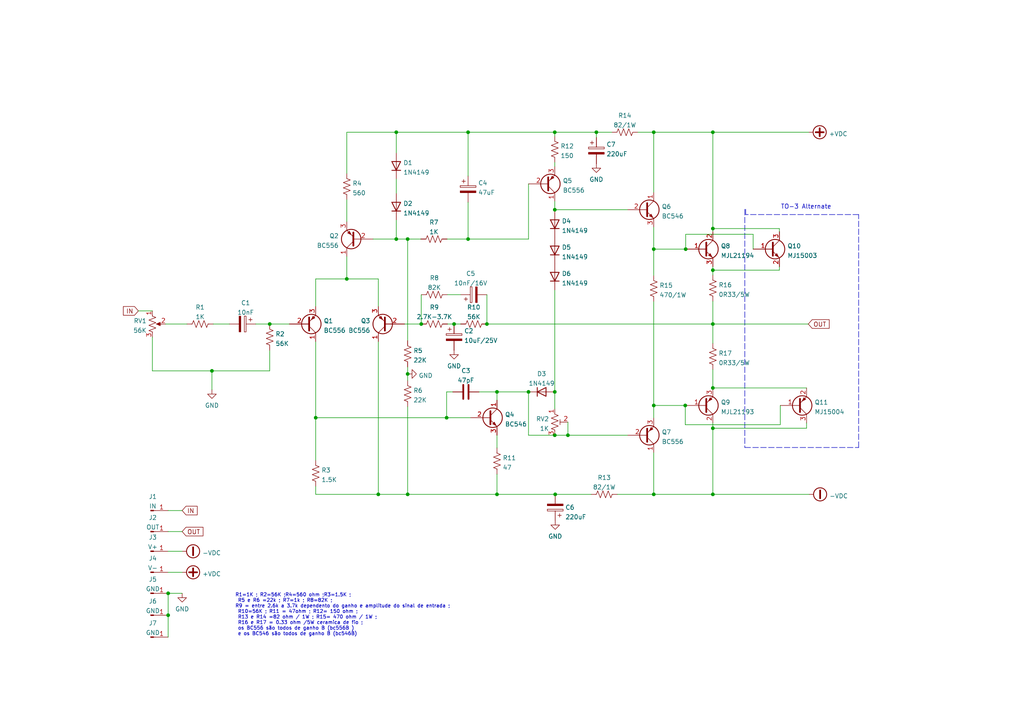
<source format=kicad_sch>
(kicad_sch (version 20211123) (generator eeschema)
  (paper "A4")
  (lib_symbols
    (symbol "Connector:Conn_01x01_Male" (pin_names (offset 1.016) hide)
      (property "Reference" "J" (at 0 2.54 0))
      (property "Value" "Conn_01x01_Male" (at 0 -2.54 0))
      (symbol "Conn_01x01_Male_1_1"
        (polyline (pts (xy 1.27 0) (xy 0.8636 0)) (stroke (width 0.1524)))
        (rectangle (start 0.8636 0.127) (end 0 -0.127) (stroke (width 0.1524)) (fill (type outline)))
        (pin passive line (at 5.08 0 180) (length 3.81) (name "Pin_1") (number "1"))
      )
    )
    (symbol "Device:C" (pin_numbers hide) (pin_names (offset 0.254))
      (property "Reference" "C" (at 0.635 2.54 0))
      (property "Value" "C" (at 0.635 -2.54 0))
      (symbol "C_0_1"
        (polyline (pts (xy -2.032 -0.762) (xy 2.032 -0.762)) (stroke (width 0.508)))
        (polyline (pts (xy -2.032 0.762) (xy 2.032 0.762)) (stroke (width 0.508)))
      )
      (symbol "C_1_1"
        (pin passive line (at 0 3.81 270) (length 2.794) (name "~") (number "1"))
        (pin passive line (at 0 -3.81 90) (length 2.794) (name "~") (number "2"))
      )
    )
    (symbol "Device:C_Polarized" (pin_numbers hide) (pin_names (offset 0.254))
      (property "Reference" "C" (at 0.635 2.54 0))
      (property "Value" "C_Polarized" (at 0.635 -2.54 0))
      (symbol "C_Polarized_0_1"
        (rectangle (start -2.286 0.508) (end 2.286 1.016))
        (polyline (pts (xy -1.778 2.286) (xy -0.762 2.286)))
        (polyline (pts (xy -1.27 2.794) (xy -1.27 1.778)))
        (rectangle (start 2.286 -0.508) (end -2.286 -1.016) (fill (type outline)))
      )
      (symbol "C_Polarized_1_1"
        (pin passive line (at 0 3.81 270) (length 2.794) (name "~") (number "1"))
        (pin passive line (at 0 -3.81 90) (length 2.794) (name "~") (number "2"))
      )
    )
    (symbol "Device:Q_NPN_BCE" (pin_names (offset 0) hide)
      (property "Reference" "Q" (at 5.08 1.27 0))
      (property "Value" "Q_NPN_BCE" (at 5.08 -1.27 0))
      (symbol "Q_NPN_BCE_0_1"
        (polyline (pts (xy 0.635 0.635) (xy 2.54 2.54)))
        (polyline (pts (xy 0.635 -0.635) (xy 2.54 -2.54) (xy 2.54 -2.54)))
        (polyline (pts (xy 0.635 1.905) (xy 0.635 -1.905) (xy 0.635 -1.905)) (stroke (width 0.508)))
        (polyline (pts (xy 1.27 -1.778) (xy 1.778 -1.27) (xy 2.286 -2.286) (xy 1.27 -1.778) (xy 1.27 -1.778)) (fill (type outline)))
        (circle (center 1.27 0) (radius 2.8194) (stroke (width 0.254)))
      )
      (symbol "Q_NPN_BCE_1_1"
        (pin input line (at -5.08 0 0) (length 5.715) (name "B") (number "1"))
        (pin passive line (at 2.54 5.08 270) (length 2.54) (name "C") (number "2"))
        (pin passive line (at 2.54 -5.08 90) (length 2.54) (name "E") (number "3"))
      )
    )
    (symbol "Device:Q_PNP_BCE" (pin_names (offset 0) hide)
      (property "Reference" "Q" (at 5.08 1.27 0))
      (property "Value" "Q_PNP_BCE" (at 5.08 -1.27 0))
      (symbol "Q_PNP_BCE_0_1"
        (polyline (pts (xy 0.635 0.635) (xy 2.54 2.54)))
        (polyline (pts (xy 0.635 -0.635) (xy 2.54 -2.54) (xy 2.54 -2.54)))
        (polyline (pts (xy 0.635 1.905) (xy 0.635 -1.905) (xy 0.635 -1.905)) (stroke (width 0.508)))
        (polyline (pts (xy 2.286 -1.778) (xy 1.778 -2.286) (xy 1.27 -1.27) (xy 2.286 -1.778) (xy 2.286 -1.778)) (fill (type outline)))
        (circle (center 1.27 0) (radius 2.8194) (stroke (width 0.254)))
      )
      (symbol "Q_PNP_BCE_1_1"
        (pin input line (at -5.08 0 0) (length 5.715) (name "B") (number "1"))
        (pin passive line (at 2.54 5.08 270) (length 2.54) (name "C") (number "2"))
        (pin passive line (at 2.54 -5.08 90) (length 2.54) (name "E") (number "3"))
      )
    )
    (symbol "Device:R_Potentiometer_Trim_US" (pin_names (offset 1.016) hide)
      (property "Reference" "RV" (at -4.445 0 90))
      (property "Value" "R_Potentiometer_Trim_US" (at -2.54 0 90))
      (symbol "R_Potentiometer_Trim_US_0_1"
        (polyline (pts (xy 0 -2.286) (xy 0 -2.54)))
        (polyline (pts (xy 0 2.286) (xy 0 2.54)))
        (polyline (pts (xy 1.524 0.762) (xy 1.524 -0.762)))
        (polyline (pts (xy 2.54 0) (xy 1.524 0)))
        (polyline (pts (xy 0 -0.762) (xy 1.016 -1.143) (xy 0 -1.524) (xy -1.016 -1.905) (xy 0 -2.286)))
        (polyline (pts (xy 0 0.762) (xy 1.016 0.381) (xy 0 0) (xy -1.016 -0.381) (xy 0 -0.762)))
        (polyline (pts (xy 0 2.286) (xy 1.016 1.905) (xy 0 1.524) (xy -1.016 1.143) (xy 0 0.762)))
      )
      (symbol "R_Potentiometer_Trim_US_1_1"
        (pin passive line (at 0 3.81 270) (length 1.27) (name "1") (number "1"))
        (pin passive line (at 3.81 0 180) (length 1.27) (name "2") (number "2"))
        (pin passive line (at 0 -3.81 90) (length 1.27) (name "3") (number "3"))
      )
    )
    (symbol "Device:R_Potentiometer_US" (pin_names (offset 1.016) hide)
      (property "Reference" "RV" (at -4.445 0 90))
      (property "Value" "R_Potentiometer_US" (at -2.54 0 90))
      (symbol "R_Potentiometer_US_0_1"
        (polyline (pts (xy 0 -2.286) (xy 0 -2.54)))
        (polyline (pts (xy 0 2.54) (xy 0 2.286)))
        (polyline (pts (xy 2.54 0) (xy 1.524 0)))
        (polyline (pts (xy 1.143 0) (xy 2.286 0.508) (xy 2.286 -0.508) (xy 1.143 0)) (fill (type outline)))
        (polyline (pts (xy 0 -0.762) (xy 1.016 -1.143) (xy 0 -1.524) (xy -1.016 -1.905) (xy 0 -2.286)))
        (polyline (pts (xy 0 0.762) (xy 1.016 0.381) (xy 0 0) (xy -1.016 -0.381) (xy 0 -0.762)))
        (polyline (pts (xy 0 2.286) (xy 1.016 1.905) (xy 0 1.524) (xy -1.016 1.143) (xy 0 0.762)))
      )
      (symbol "R_Potentiometer_US_1_1"
        (pin passive line (at 0 3.81 270) (length 1.27) (name "1") (number "1"))
        (pin passive line (at 3.81 0 180) (length 1.27) (name "2") (number "2"))
        (pin passive line (at 0 -3.81 90) (length 1.27) (name "3") (number "3"))
      )
    )
    (symbol "Device:R_US" (pin_numbers hide) (pin_names (offset 0))
      (property "Reference" "R" (at 2.54 0 90))
      (property "Value" "R_US" (at -2.54 0 90))
      (symbol "R_US_0_1"
        (polyline (pts (xy 0 -2.286) (xy 0 -2.54)))
        (polyline (pts (xy 0 2.286) (xy 0 2.54)))
        (polyline (pts (xy 0 -0.762) (xy 1.016 -1.143) (xy 0 -1.524) (xy -1.016 -1.905) (xy 0 -2.286)))
        (polyline (pts (xy 0 0.762) (xy 1.016 0.381) (xy 0 0) (xy -1.016 -0.381) (xy 0 -0.762)))
        (polyline (pts (xy 0 2.286) (xy 1.016 1.905) (xy 0 1.524) (xy -1.016 1.143) (xy 0 0.762)))
      )
      (symbol "R_US_1_1"
        (pin passive line (at 0 3.81 270) (length 1.27) (name "~") (number "1"))
        (pin passive line (at 0 -3.81 90) (length 1.27) (name "~") (number "2"))
      )
    )
    (symbol "Diode:1N4149" (pin_numbers hide) (pin_names (offset 1.016) hide)
      (property "Reference" "D" (at 0 2.54 0))
      (property "Value" "1N4149" (at 0 -2.54 0))
      (symbol "1N4149_0_1"
        (polyline (pts (xy -1.27 1.27) (xy -1.27 -1.27)) (stroke (width 0.254)))
        (polyline (pts (xy 1.27 0) (xy -1.27 0)))
        (polyline (pts (xy 1.27 1.27) (xy 1.27 -1.27) (xy -1.27 0) (xy 1.27 1.27)) (stroke (width 0.254)))
      )
      (symbol "1N4149_1_1"
        (pin passive line (at -3.81 0 0) (length 2.54) (name "K") (number "1"))
        (pin passive line (at 3.81 0 180) (length 2.54) (name "A") (number "2"))
      )
    )
    (symbol "Transistor_BJT:2N3055" (pin_names (offset 0) hide)
      (property "Reference" "Q" (at 5.08 1.905 0))
      (property "Value" "2N3055" (at 5.08 0 0))
      (symbol "2N3055_0_1"
        (polyline (pts (xy 0.635 0.635) (xy 2.54 2.54)))
        (polyline (pts (xy 0.635 -0.635) (xy 2.54 -2.54) (xy 2.54 -2.54)))
        (polyline (pts (xy 0.635 1.905) (xy 0.635 -1.905) (xy 0.635 -1.905)) (stroke (width 0.508)))
        (polyline (pts (xy 1.27 -1.778) (xy 1.778 -1.27) (xy 2.286 -2.286) (xy 1.27 -1.778) (xy 1.27 -1.778)) (fill (type outline)))
        (circle (center 1.27 0) (radius 2.8194) (stroke (width 0.254)))
      )
      (symbol "2N3055_1_1"
        (pin input line (at -5.08 0 0) (length 5.715) (name "B") (number "1"))
        (pin passive line (at 2.54 -5.08 90) (length 2.54) (name "E") (number "2"))
        (pin passive line (at 2.54 5.08 270) (length 2.54) (name "C") (number "3"))
      )
    )
    (symbol "Transistor_BJT:BC546" (pin_names (offset 0) hide)
      (property "Reference" "Q" (at 5.08 1.905 0))
      (property "Value" "BC546" (at 5.08 0 0))
      (symbol "BC546_0_1"
        (polyline (pts (xy 0 0) (xy 0.635 0)))
        (polyline (pts (xy 0.635 0.635) (xy 2.54 2.54)))
        (polyline (pts (xy 0.635 -0.635) (xy 2.54 -2.54) (xy 2.54 -2.54)))
        (polyline (pts (xy 0.635 1.905) (xy 0.635 -1.905) (xy 0.635 -1.905)) (stroke (width 0.508)))
        (polyline (pts (xy 1.27 -1.778) (xy 1.778 -1.27) (xy 2.286 -2.286) (xy 1.27 -1.778) (xy 1.27 -1.778)) (fill (type outline)))
        (circle (center 1.27 0) (radius 2.8194) (stroke (width 0.254)))
      )
      (symbol "BC546_1_1"
        (pin passive line (at 2.54 5.08 270) (length 2.54) (name "C") (number "1"))
        (pin input line (at -5.08 0 0) (length 5.08) (name "B") (number "2"))
        (pin passive line (at 2.54 -5.08 90) (length 2.54) (name "E") (number "3"))
      )
    )
    (symbol "Transistor_BJT:BC556" (pin_names (offset 0) hide)
      (property "Reference" "Q" (at 5.08 1.905 0))
      (property "Value" "BC556" (at 5.08 0 0))
      (symbol "BC556_0_1"
        (polyline (pts (xy 0.635 0.635) (xy 2.54 2.54)))
        (polyline (pts (xy 0.635 -0.635) (xy 2.54 -2.54) (xy 2.54 -2.54)))
        (polyline (pts (xy 0.635 1.905) (xy 0.635 -1.905) (xy 0.635 -1.905)) (stroke (width 0.508)))
        (polyline (pts (xy 2.286 -1.778) (xy 1.778 -2.286) (xy 1.27 -1.27) (xy 2.286 -1.778) (xy 2.286 -1.778)) (fill (type outline)))
        (circle (center 1.27 0) (radius 2.8194) (stroke (width 0.254)))
      )
      (symbol "BC556_1_1"
        (pin passive line (at 2.54 5.08 270) (length 2.54) (name "C") (number "1"))
        (pin input line (at -5.08 0 0) (length 5.715) (name "B") (number "2"))
        (pin passive line (at 2.54 -5.08 90) (length 2.54) (name "E") (number "3"))
      )
    )
    (symbol "Transistor_BJT:MJ2955" (pin_names (offset 0) hide)
      (property "Reference" "Q" (at 5.08 1.905 0))
      (property "Value" "MJ2955" (at 5.08 0 0))
      (symbol "MJ2955_0_1"
        (polyline (pts (xy 0.635 0.635) (xy 2.54 2.54)))
        (polyline (pts (xy 0.635 -0.635) (xy 2.54 -2.54) (xy 2.54 -2.54)))
        (polyline (pts (xy 0.635 1.905) (xy 0.635 -1.905) (xy 0.635 -1.905)) (stroke (width 0.508)))
        (polyline (pts (xy 2.286 -1.778) (xy 1.778 -2.286) (xy 1.27 -1.27) (xy 2.286 -1.778) (xy 2.286 -1.778)) (fill (type outline)))
        (circle (center 1.27 0) (radius 2.8194) (stroke (width 0.254)))
      )
      (symbol "MJ2955_1_1"
        (pin input line (at -5.08 0 0) (length 5.715) (name "B") (number "1"))
        (pin passive line (at 2.54 -5.08 90) (length 2.54) (name "E") (number "2"))
        (pin passive line (at 2.54 5.08 270) (length 2.54) (name "C") (number "3"))
      )
    )
    (symbol "power:+VDC" (power) (pin_names (offset 0))
      (property "Value" "+VDC" (at 0 6.35 0))
      (symbol "+VDC_0_1"
        (polyline (pts (xy -1.143 3.175) (xy 1.143 3.175)) (stroke (width 0.508)))
        (polyline (pts (xy 0 0) (xy 0 1.27)))
        (polyline (pts (xy 0 2.032) (xy 0 4.318)) (stroke (width 0.508)))
        (circle (center 0 3.175) (radius 1.905) (stroke (width 0.254)))
      )
      (symbol "+VDC_1_1"
        (pin power_in line (at 0 0 90) (length 0) hide (name "+VDC") (number "1"))
      )
    )
    (symbol "power:-VDC" (power) (pin_names (offset 0))
      (property "Value" "-VDC" (at 0 6.35 0))
      (symbol "-VDC_0_1"
        (polyline (pts (xy -1.143 3.175) (xy 1.143 3.175)) (stroke (width 0.508)))
        (polyline (pts (xy 0 0) (xy 0 1.27)))
        (circle (center 0 3.175) (radius 1.905) (stroke (width 0.254)))
      )
      (symbol "-VDC_1_1"
        (pin power_in line (at 0 0 90) (length 0) hide (name "-VDC") (number "1"))
      )
    )
    (symbol "power:GND" (power) (pin_names (offset 0))
      (property "Value" "GND" (at 0 -3.81 0))
      (symbol "GND_0_1"
        (polyline (pts (xy 0 0) (xy 0 -1.27) (xy 1.27 -1.27) (xy 0 -2.54) (xy -1.27 -1.27) (xy 0 -1.27)))
      )
      (symbol "GND_1_1"
        (pin power_in line (at 0 0 270) (length 0) hide (name "GND") (number "1"))
      )
    )
  )
  (junction (at 206.756 78.359))
  (junction (at 78.232 93.98))
  (junction (at 189.611 38.354))
  (junction (at 118.237 108.458))
  (junction (at 206.756 38.354))
  (junction (at 198.882 72.263))
  (junction (at 48.768 172.085))
  (junction (at 144.145 143.383))
  (junction (at 160.909 60.833))
  (junction (at 160.909 113.665))
  (junction (at 48.768 178.435))
  (junction (at 135.763 38.354))
  (junction (at 206.756 112.522))
  (junction (at 118.237 143.383))
  (junction (at 114.935 38.354))
  (junction (at 206.756 93.98))
  (junction (at 122.174 93.98))
  (junction (at 118.237 69.342))
  (junction (at 189.611 72.263))
  (junction (at 114.935 69.342))
  (junction (at 144.145 113.665))
  (junction (at 160.909 126.238))
  (junction (at 206.756 143.383))
  (junction (at 206.756 66.294))
  (junction (at 198.755 117.602))
  (junction (at 164.719 126.238))
  (junction (at 206.756 124.206))
  (junction (at 172.974 38.354))
  (junction (at 161.036 143.383))
  (junction (at 131.699 93.98))
  (junction (at 129.54 121.158))
  (junction (at 100.584 80.899))
  (junction (at 160.909 38.354))
  (junction (at 91.567 121.158))
  (junction (at 189.611 143.383))
  (junction (at 189.611 117.602))
  (junction (at 61.468 107.569))
  (junction (at 109.728 143.383))
  (junction (at 141.224 93.98))
  (junction (at 135.763 69.342))
  (junction (at 153.289 113.665))
  (wire (pts (xy 48.768 172.085) (xy 52.832 172.085)))
  (wire (pts (xy 48.768 159.893) (xy 52.832 159.893)))
  (wire (pts (xy 153.289 126.238) (xy 160.909 126.238)))
  (wire (pts (xy 171.45 143.383) (xy 161.036 143.383)))
  (wire (pts (xy 48.768 172.085) (xy 48.768 178.435)))
  (wire (pts (xy 160.909 60.833) (xy 160.909 61.214)))
  (wire (pts (xy 153.289 53.34) (xy 153.289 69.342)))
  (wire (pts (xy 114.935 44.323) (xy 114.935 38.354)))
  (wire (pts (xy 153.289 69.342) (xy 135.763 69.342)))
  (wire (pts (xy 144.145 116.078) (xy 144.145 113.665)))
  (wire (pts (xy 164.719 126.238) (xy 164.719 122.428)))
  (wire (pts (xy 153.289 113.665) (xy 153.289 126.238)))
  (wire (pts (xy 129.794 85.471) (xy 133.604 85.471)))
  (wire (pts (xy 206.756 77.343) (xy 206.756 78.359)))
  (wire (pts (xy 226.314 117.602) (xy 226.314 123.19)))
  (wire (pts (xy 118.237 108.458) (xy 118.237 110.363)))
  (wire (pts (xy 160.909 38.354) (xy 135.763 38.354)))
  (wire (pts (xy 114.935 51.943) (xy 114.935 56.134)))
  (wire (pts (xy 108.204 69.342) (xy 114.935 69.342)))
  (wire (pts (xy 206.756 107.188) (xy 206.756 112.522)))
  (polyline (pts (xy 216.027 60.706) (xy 216.027 129.794)))
  (wire (pts (xy 141.224 85.471) (xy 141.224 93.98)))
  (wire (pts (xy 198.755 123.19) (xy 198.755 117.602)))
  (wire (pts (xy 206.756 143.383) (xy 189.611 143.383)))
  (wire (pts (xy 109.728 99.06) (xy 109.728 143.383)))
  (wire (pts (xy 91.567 99.06) (xy 91.567 121.158)))
  (wire (pts (xy 78.232 101.6) (xy 78.232 107.569)))
  (wire (pts (xy 91.567 121.158) (xy 129.54 121.158)))
  (wire (pts (xy 40.132 90.17) (xy 44.196 90.17)))
  (wire (pts (xy 122.174 85.471) (xy 122.174 93.98)))
  (polyline (pts (xy 216.281 60.706) (xy 216.281 62.23)))
  (wire (pts (xy 189.611 117.602) (xy 189.611 121.158)))
  (wire (pts (xy 118.237 143.383) (xy 109.728 143.383)))
  (wire (pts (xy 206.756 93.98) (xy 141.224 93.98)))
  (wire (pts (xy 118.237 69.342) (xy 118.237 98.806)))
  (wire (pts (xy 226.06 77.343) (xy 226.06 78.359)))
  (wire (pts (xy 160.909 113.665) (xy 160.909 118.618)))
  (wire (pts (xy 48.768 154.178) (xy 52.832 154.178)))
  (wire (pts (xy 185.039 38.354) (xy 189.611 38.354)))
  (wire (pts (xy 129.794 93.98) (xy 131.699 93.98)))
  (wire (pts (xy 144.145 143.383) (xy 118.237 143.383)))
  (wire (pts (xy 206.756 124.206) (xy 206.756 143.383)))
  (wire (pts (xy 226.06 67.183) (xy 226.06 66.294)))
  (wire (pts (xy 48.768 148.082) (xy 52.832 148.082)))
  (wire (pts (xy 189.611 131.318) (xy 189.611 143.383)))
  (wire (pts (xy 172.974 38.354) (xy 160.909 38.354)))
  (wire (pts (xy 198.755 117.602) (xy 199.136 117.602)))
  (wire (pts (xy 129.54 113.665) (xy 131.318 113.665)))
  (wire (pts (xy 189.611 65.913) (xy 189.611 72.263)))
  (wire (pts (xy 206.756 122.682) (xy 206.756 124.206)))
  (wire (pts (xy 226.06 66.294) (xy 206.756 66.294)))
  (wire (pts (xy 114.935 63.754) (xy 114.935 69.342)))
  (wire (pts (xy 189.611 72.263) (xy 189.611 79.883)))
  (wire (pts (xy 144.145 137.541) (xy 144.145 143.383)))
  (wire (pts (xy 61.468 107.569) (xy 44.196 107.569)))
  (wire (pts (xy 74.168 93.98) (xy 78.232 93.98)))
  (wire (pts (xy 109.728 88.9) (xy 109.728 80.899)))
  (wire (pts (xy 100.584 74.422) (xy 100.584 80.899)))
  (wire (pts (xy 226.06 78.359) (xy 206.756 78.359)))
  (wire (pts (xy 160.909 60.833) (xy 181.991 60.833)))
  (wire (pts (xy 114.935 69.342) (xy 118.237 69.342)))
  (wire (pts (xy 234.569 38.354) (xy 206.756 38.354)))
  (wire (pts (xy 226.314 123.19) (xy 198.755 123.19)))
  (wire (pts (xy 189.611 38.354) (xy 189.611 55.753)))
  (wire (pts (xy 48.768 165.989) (xy 52.832 165.989)))
  (wire (pts (xy 78.232 93.98) (xy 83.947 93.98)))
  (wire (pts (xy 189.611 117.602) (xy 198.755 117.602)))
  (polyline (pts (xy 216.027 129.794) (xy 249.047 129.794)))
  (wire (pts (xy 91.567 143.383) (xy 91.567 141.097)))
  (polyline (pts (xy 249.047 62.23) (xy 216.281 62.23)))
  (wire (pts (xy 100.584 38.354) (xy 100.584 50.292)))
  (wire (pts (xy 206.756 78.359) (xy 206.756 79.756)))
  (wire (pts (xy 172.974 38.354) (xy 177.419 38.354)))
  (wire (pts (xy 206.756 38.354) (xy 206.756 66.294)))
  (wire (pts (xy 91.567 80.899) (xy 100.584 80.899)))
  (wire (pts (xy 100.584 57.912) (xy 100.584 64.262)))
  (wire (pts (xy 61.468 107.569) (xy 61.468 113.03)))
  (wire (pts (xy 91.567 121.158) (xy 91.567 133.477)))
  (wire (pts (xy 206.756 93.98) (xy 234.442 93.98)))
  (wire (pts (xy 135.763 38.354) (xy 114.935 38.354)))
  (wire (pts (xy 118.237 69.342) (xy 122.047 69.342)))
  (wire (pts (xy 160.909 39.497) (xy 160.909 38.354)))
  (wire (pts (xy 44.196 97.79) (xy 44.196 107.569)))
  (wire (pts (xy 144.145 113.665) (xy 153.289 113.665)))
  (wire (pts (xy 100.584 80.899) (xy 109.728 80.899)))
  (wire (pts (xy 117.348 93.98) (xy 122.174 93.98)))
  (wire (pts (xy 135.763 58.674) (xy 135.763 69.342)))
  (wire (pts (xy 218.44 67.945) (xy 198.882 67.945)))
  (wire (pts (xy 118.237 106.426) (xy 118.237 108.458)))
  (wire (pts (xy 160.909 84.074) (xy 160.909 113.665)))
  (wire (pts (xy 199.136 72.263) (xy 198.882 72.263)))
  (wire (pts (xy 161.036 143.383) (xy 144.145 143.383)))
  (wire (pts (xy 135.763 51.054) (xy 135.763 38.354)))
  (wire (pts (xy 189.611 87.503) (xy 189.611 117.602)))
  (wire (pts (xy 160.909 126.238) (xy 164.719 126.238)))
  (wire (pts (xy 100.584 38.354) (xy 114.935 38.354)))
  (wire (pts (xy 135.763 69.342) (xy 129.667 69.342)))
  (wire (pts (xy 91.567 143.383) (xy 109.728 143.383)))
  (wire (pts (xy 198.882 67.945) (xy 198.882 72.263)))
  (wire (pts (xy 144.145 126.238) (xy 144.145 129.921)))
  (wire (pts (xy 206.756 66.294) (xy 206.756 67.183)))
  (wire (pts (xy 189.611 143.383) (xy 179.07 143.383)))
  (wire (pts (xy 233.934 122.682) (xy 233.934 124.206)))
  (wire (pts (xy 160.909 47.117) (xy 160.909 48.26)))
  (polyline (pts (xy 249.047 129.794) (xy 249.047 62.23)))
  (wire (pts (xy 234.696 143.383) (xy 206.756 143.383)))
  (wire (pts (xy 138.938 113.665) (xy 144.145 113.665)))
  (wire (pts (xy 172.974 39.878) (xy 172.974 38.354)))
  (wire (pts (xy 129.54 121.158) (xy 129.54 113.665)))
  (wire (pts (xy 48.006 93.98) (xy 54.229 93.98)))
  (wire (pts (xy 160.909 58.42) (xy 160.909 60.833)))
  (wire (pts (xy 118.237 117.983) (xy 118.237 143.383)))
  (wire (pts (xy 218.44 72.263) (xy 218.44 67.945)))
  (wire (pts (xy 48.768 178.435) (xy 48.768 184.785)))
  (wire (pts (xy 206.756 124.206) (xy 233.934 124.206)))
  (wire (pts (xy 198.882 72.263) (xy 189.611 72.263)))
  (wire (pts (xy 206.756 93.98) (xy 206.756 99.568)))
  (wire (pts (xy 91.567 88.9) (xy 91.567 80.899)))
  (wire (pts (xy 131.699 93.98) (xy 133.604 93.98)))
  (wire (pts (xy 206.756 38.354) (xy 189.611 38.354)))
  (wire (pts (xy 136.525 121.158) (xy 129.54 121.158)))
  (wire (pts (xy 61.849 93.98) (xy 66.548 93.98)))
  (wire (pts (xy 164.719 126.238) (xy 181.991 126.238)))
  (wire (pts (xy 206.756 87.376) (xy 206.756 93.98)))
  (wire (pts (xy 61.468 107.569) (xy 78.232 107.569)))
  (wire (pts (xy 233.934 112.522) (xy 206.756 112.522)))
  (text "TO-3 Alternate\n" (at 226.441 60.833 0) (effects (font (size 1.27 1.27)) (justify left bottom)))
  (text "R1=1K ; R2=56K ;R4=560 ohm ;R3=1.5K ;\n R5 e R6 =22k ; R7=1k ; R8=82K ; \nR9 = entre 2.6k a 3.7k dependento do ganho e amplitude do sinal de entrada ; \n R10=56K ; R11 = 47ohm ; R12= 150 ohm ;\n R13 e R14 =82 ohm / 1W ; R15= 470 ohm / 1W ; \n R16 e R17 = 0.33 ohm /5W ceramica de fio ;\n os BC556 são todos de ganho B (bc556B ) \n e os BC546 são todos de ganho B (bc546B)" (at 68.199 184.531 0) (effects (font (size 1 1)) (justify left bottom)))
  (global_label "IN" (shape input) (at 40.132 90.17 180) (property "Intersheet References" "${INTERSHEET_REFS}" (effects hide)))
  (global_label "OUT" (shape input) (at 52.832 154.178 0) (property "Intersheet References" "${INTERSHEET_REFS}" (effects hide)))
  (global_label "IN" (shape input) (at 52.832 148.082 0) (property "Intersheet References" "${INTERSHEET_REFS}" (effects hide)))
  (global_label "OUT" (shape input) (at 234.442 93.98 0) (property "Intersheet References" "${INTERSHEET_REFS}" (effects hide)))
  (symbol (lib_id "Device:R_US") (at 118.237 114.173 180) (unit 1)
    (property "Reference" "R6" (at 119.888 113.2645 0) (effects (justify right)))
    (property "Value" "22K" (at 119.888 116.0396 0) (effects (justify right)))
    (property "Footprint" "Resistor_THT:R_Axial_DIN0207_L6.3mm_D2.5mm_P7.62mm_Horizontal" (effects hide))
  )
  (symbol (lib_id "Device:R_US") (at 78.232 97.79 180) (unit 1)
    (property "Reference" "R2" (at 79.883 96.8815 0) (effects (justify right)))
    (property "Value" "56K" (at 79.883 99.6566 0) (effects (justify right)))
    (property "Footprint" "Resistor_THT:R_Axial_DIN0207_L6.3mm_D2.5mm_P7.62mm_Horizontal" (effects hide))
  )
  (symbol (lib_id "Device:R_US") (at 189.611 83.693 180) (unit 1)
    (property "Reference" "R15" (at 191.262 82.7845 0) (effects (justify right)))
    (property "Value" "470/1W" (at 191.262 85.5596 0) (effects (justify right)))
    (property "Footprint" "Resistor_THT:R_Axial_DIN0207_L6.3mm_D2.5mm_P7.62mm_Horizontal" (effects hide))
  )
  (symbol (lib_id "Device:R_US") (at 118.237 102.616 180) (unit 1)
    (property "Reference" "R5" (at 119.888 101.7075 0) (effects (justify right)))
    (property "Value" "22K" (at 119.888 104.4826 0) (effects (justify right)))
    (property "Footprint" "Resistor_THT:R_Axial_DIN0207_L6.3mm_D2.5mm_P7.62mm_Horizontal" (effects hide))
  )
  (symbol (lib_id "Diode:1N4149") (at 160.909 72.644 90) (unit 1)
    (property "Reference" "D5" (at 162.941 71.7355 90) (effects (justify right)))
    (property "Value" "1N4149" (at 162.941 74.5106 90) (effects (justify right)))
    (property "Footprint" "Diode_THT:D_DO-35_SOD27_P7.62mm_Horizontal" (effects hide))
    (property "Datasheet" "http://www.microsemi.com/document-portal/doc_view/11580-lds-0239" (effects hide))
  )
  (symbol (lib_id "Diode:1N4149") (at 160.909 80.264 90) (unit 1)
    (property "Reference" "D6" (at 162.941 79.3555 90) (effects (justify right)))
    (property "Value" "1N4149" (at 162.941 82.1306 90) (effects (justify right)))
    (property "Footprint" "Diode_THT:D_DO-35_SOD27_P7.62mm_Horizontal" (effects hide))
    (property "Datasheet" "http://www.microsemi.com/document-portal/doc_view/11580-lds-0239" (effects hide))
  )
  (symbol (lib_id "Transistor_BJT:BC556") (at 103.124 69.342 180) (unit 1)
    (property "Reference" "Q2" (at 98.2726 68.4335 0) (effects (justify left)))
    (property "Value" "BC556" (at 98.2726 71.2086 0) (effects (justify left)))
    (property "Footprint" "Package_TO_SOT_THT:TO-92_Inline" (effects hide))
    (property "Datasheet" "https://www.onsemi.com/pub/Collateral/BC556BTA-D.pdf" (effects hide))
  )
  (symbol (lib_id "Connector:Conn_01x01_Male") (at 43.688 172.085 0) (unit 1)
    (property "Reference" "J5" (at 44.323 168.0423 0))
    (property "Value" "GND" (at 44.323 170.8174 0))
    (property "Footprint" "Custom Library:Spade Conector 6.3mm TE_1217861" (effects hide))
  )
  (symbol (lib_id "Device:R_US") (at 137.414 93.98 90) (unit 1)
    (property "Reference" "R10" (at 137.414 89.1245 90))
    (property "Value" "56K" (at 137.414 91.8996 90))
    (property "Footprint" "Resistor_THT:R_Axial_DIN0207_L6.3mm_D2.5mm_P7.62mm_Horizontal" (effects hide))
  )
  (symbol (lib_id "Device:C_Polarized") (at 172.974 43.688 0) (unit 1)
    (property "Reference" "C7" (at 175.895 41.8905 0) (effects (justify left)))
    (property "Value" "220uF" (at 175.895 44.6656 0) (effects (justify left)))
    (property "Footprint" "Capacitor_THT:CP_Radial_D10.0mm_P5.00mm_P7.50mm" (effects hide))
  )
  (symbol (lib_id "Device:C") (at 135.128 113.665 90) (unit 1)
    (property "Reference" "C3" (at 135.128 107.5395 90))
    (property "Value" "47pF" (at 135.128 110.3146 90))
    (property "Footprint" "Capacitor_THT:C_Rect_L7.2mm_W4.5mm_P5.00mm_FKS2_FKP2_MKS2_MKP2" (effects hide))
  )
  (symbol (lib_id "Device:R_US") (at 144.145 133.731 180) (unit 1)
    (property "Reference" "R11" (at 145.796 132.8225 0) (effects (justify right)))
    (property "Value" "47" (at 145.796 135.5976 0) (effects (justify right)))
    (property "Footprint" "Resistor_THT:R_Axial_DIN0207_L6.3mm_D2.5mm_P7.62mm_Horizontal" (effects hide))
  )
  (symbol (lib_id "Device:R_US") (at 125.857 69.342 270) (unit 1)
    (property "Reference" "R7" (at 125.857 64.4865 90))
    (property "Value" "1K" (at 125.857 67.2616 90))
    (property "Footprint" "Resistor_THT:R_Axial_DIN0207_L6.3mm_D2.5mm_P7.62mm_Horizontal" (effects hide))
  )
  (symbol (lib_id "Connector:Conn_01x01_Male") (at 43.688 184.785 0) (unit 1)
    (property "Reference" "J7" (at 44.323 180.7423 0))
    (property "Value" "GND" (at 44.323 183.5174 0))
    (property "Footprint" "Custom Library:Spade Conector 6.3mm TE_1217861" (effects hide))
  )
  (symbol (lib_id "Transistor_BJT:BC546") (at 187.071 60.833 0) (unit 1)
    (property "Reference" "Q6" (at 191.9224 59.9245 0) (effects (justify left)))
    (property "Value" "BC546" (at 191.9224 62.6996 0) (effects (justify left)))
    (property "Footprint" "Package_TO_SOT_THT:TO-92_Inline" (effects hide))
    (property "Datasheet" "https://www.onsemi.com/pub/Collateral/BC550-D.pdf" (effects hide))
  )
  (symbol (lib_id "Device:R_US") (at 125.984 85.471 90) (unit 1)
    (property "Reference" "R8" (at 125.984 80.6155 90))
    (property "Value" "82K" (at 125.984 83.3906 90))
    (property "Footprint" "Resistor_THT:R_Axial_DIN0207_L6.3mm_D2.5mm_P7.62mm_Horizontal" (effects hide))
  )
  (symbol (lib_id "Device:C_Polarized") (at 131.699 97.79 0) (unit 1)
    (property "Reference" "C2" (at 134.62 95.9925 0) (effects (justify left)))
    (property "Value" "10uF/25V" (at 134.62 98.7676 0) (effects (justify left)))
    (property "Footprint" "Capacitor_THT:CP_Radial_D10.0mm_P5.00mm_P7.50mm" (effects hide))
  )
  (symbol (lib_id "Connector:Conn_01x01_Male") (at 43.688 154.178 0) (unit 1)
    (property "Reference" "J2" (at 44.323 150.1353 0))
    (property "Value" "OUT" (at 44.323 152.9104 0))
    (property "Footprint" "Custom Library:Spade Conector 6.3mm TE_1217861" (effects hide))
  )
  (symbol (lib_id "Device:C_Polarized") (at 161.036 147.193 180) (unit 1)
    (property "Reference" "C6" (at 163.957 147.1735 0) (effects (justify right)))
    (property "Value" "220uF" (at 163.957 149.9486 0) (effects (justify right)))
    (property "Footprint" "Capacitor_THT:CP_Radial_D10.0mm_P5.00mm_P7.50mm" (effects hide))
  )
  (symbol (lib_id "Transistor_BJT:BC556") (at 89.027 93.98 0) (mirror x) (unit 1)
    (property "Reference" "Q1" (at 93.8784 93.0715 0) (effects (justify left)))
    (property "Value" "BC556" (at 93.8784 95.8466 0) (effects (justify left)))
    (property "Footprint" "Package_TO_SOT_THT:TO-92_Inline" (effects hide))
    (property "Datasheet" "https://www.onsemi.com/pub/Collateral/BC556BTA-D.pdf" (effects hide))
  )
  (symbol (lib_id "power:GND") (at 52.832 172.085 0) (unit 1)
    (property "Reference" "#PWR0101" (effects hide))
    (property "Value" "GND" (at 52.832 176.6475 0))
  )
  (symbol (lib_id "Connector:Conn_01x01_Male") (at 43.688 159.893 0) (unit 1)
    (property "Reference" "J3" (at 44.323 155.8503 0))
    (property "Value" "V+" (at 44.323 158.6254 0))
    (property "Footprint" "Custom Library:Spade Conector 6.3mm TE_1217861" (effects hide))
  )
  (symbol (lib_id "power:GND") (at 161.036 151.003 0) (unit 1)
    (property "Reference" "#PWR0104" (effects hide))
    (property "Value" "GND" (at 161.036 155.5655 0))
  )
  (symbol (lib_id "Device:R_US") (at 181.229 38.354 270) (unit 1)
    (property "Reference" "R14" (at 181.229 33.4985 90))
    (property "Value" "82/1W" (at 181.229 36.2736 90))
    (property "Footprint" "Resistor_THT:R_Axial_DIN0207_L6.3mm_D2.5mm_P7.62mm_Horizontal" (effects hide))
  )
  (symbol (lib_id "Device:R_US") (at 125.984 93.98 90) (unit 1)
    (property "Reference" "R9" (at 125.984 89.1245 90))
    (property "Value" "2.7K-3.7K" (at 125.984 91.8996 90))
    (property "Footprint" "Resistor_THT:R_Axial_DIN0207_L6.3mm_D2.5mm_P7.62mm_Horizontal" (effects hide))
  )
  (symbol (lib_id "Transistor_BJT:2N3055") (at 223.52 72.263 0) (unit 1)
    (property "Reference" "Q10" (at 228.3714 71.3545 0) (effects (justify left)))
    (property "Value" "MJ15003" (at 228.3714 74.1296 0) (effects (justify left)))
    (property "Footprint" "Package_TO_SOT_THT:TO-3" (effects hide))
    (property "Datasheet" "http://www.onsemi.com/pub_link/Collateral/2N3055-D.PDF" (effects hide))
  )
  (symbol (lib_id "Transistor_BJT:MJ2955") (at 231.394 117.602 0) (mirror x) (unit 1)
    (property "Reference" "Q11" (at 236.2454 116.6935 0) (effects (justify left)))
    (property "Value" "MJ15004 " (at 236.2454 119.4686 0) (effects (justify left)))
    (property "Footprint" "Package_TO_SOT_THT:TO-3" (effects hide))
    (property "Datasheet" "http://www.onsemi.com/pub_link/Collateral/2N3055-D.PDF" (effects hide))
  )
  (symbol (lib_id "Transistor_BJT:BC556") (at 187.071 126.238 0) (mirror x) (unit 1)
    (property "Reference" "Q7" (at 191.9224 125.3295 0) (effects (justify left)))
    (property "Value" "BC556" (at 191.9224 128.1046 0) (effects (justify left)))
    (property "Footprint" "Package_TO_SOT_THT:TO-92_Inline" (effects hide))
    (property "Datasheet" "https://www.onsemi.com/pub/Collateral/BC556BTA-D.pdf" (effects hide))
  )
  (symbol (lib_id "Device:Q_NPN_BCE") (at 204.216 72.263 0) (unit 1)
    (property "Reference" "Q8" (at 209.0674 71.3545 0) (effects (justify left)))
    (property "Value" "MJL21194" (at 209.0674 74.1296 0) (effects (justify left)))
    (property "Footprint" "Package_TO_SOT_THT:TO-264-3_Vertical" (effects hide))
  )
  (symbol (lib_id "Device:R_US") (at 206.756 103.378 180) (unit 1)
    (property "Reference" "R17" (at 208.407 102.4695 0) (effects (justify right)))
    (property "Value" "0R33/5W" (at 208.407 105.2446 0) (effects (justify right)))
    (property "Footprint" "Resistor_THT:R_Axial_DIN0922_L20.0mm_D9.0mm_P25.40mm_Horizontal" (effects hide))
  )
  (symbol (lib_id "Device:C_Polarized") (at 70.358 93.98 270) (unit 1)
    (property "Reference" "C1" (at 71.247 87.8545 90))
    (property "Value" "10nF" (at 71.247 90.6296 90))
    (property "Footprint" "Capacitor_THT:CP_Radial_D10.0mm_P5.00mm_P7.50mm" (effects hide))
  )
  (symbol (lib_id "Connector:Conn_01x01_Male") (at 43.688 148.082 0) (unit 1)
    (property "Reference" "J1" (at 44.323 144.0393 0))
    (property "Value" "IN" (at 44.323 146.8144 0))
    (property "Footprint" "Custom Library:Spade Conector 6.3mm TE_1217861" (effects hide))
  )
  (symbol (lib_id "Connector:Conn_01x01_Male") (at 43.688 165.989 0) (unit 1)
    (property "Reference" "J4" (at 44.323 161.9463 0))
    (property "Value" "V-" (at 44.323 164.7214 0))
    (property "Footprint" "Custom Library:Spade Conector 6.3mm TE_1217861" (effects hide))
  )
  (symbol (lib_id "Diode:1N4149") (at 114.935 48.133 90) (unit 1)
    (property "Reference" "D1" (at 116.967 47.2245 90) (effects (justify right)))
    (property "Value" "1N4149" (at 116.967 49.9996 90) (effects (justify right)))
    (property "Footprint" "Diode_THT:D_DO-35_SOD27_P7.62mm_Horizontal" (effects hide))
    (property "Datasheet" "http://www.microsemi.com/document-portal/doc_view/11580-lds-0239" (effects hide))
  )
  (symbol (lib_id "Device:R_US") (at 100.584 54.102 180) (unit 1)
    (property "Reference" "R4" (at 102.235 53.1935 0) (effects (justify right)))
    (property "Value" "560" (at 102.235 55.9686 0) (effects (justify right)))
    (property "Footprint" "Resistor_THT:R_Axial_DIN0207_L6.3mm_D2.5mm_P7.62mm_Horizontal" (effects hide))
  )
  (symbol (lib_id "Transistor_BJT:BC556") (at 158.369 53.34 0) (mirror x) (unit 1)
    (property "Reference" "Q5" (at 163.2204 52.4315 0) (effects (justify left)))
    (property "Value" "BC556" (at 163.2204 55.2066 0) (effects (justify left)))
    (property "Footprint" "Package_TO_SOT_THT:TO-92_Inline" (effects hide))
    (property "Datasheet" "https://www.onsemi.com/pub/Collateral/BC556BTA-D.pdf" (effects hide))
  )
  (symbol (lib_id "power:-VDC") (at 234.696 143.383 270) (unit 1)
    (property "Reference" "#PWR0109" (effects hide))
    (property "Value" "-VDC" (at 240.538 143.862 90) (effects (justify left)))
  )
  (symbol (lib_id "Device:R_US") (at 175.26 143.383 90) (unit 1)
    (property "Reference" "R13" (at 175.26 138.5275 90))
    (property "Value" "82/1W" (at 175.26 141.3026 90))
    (property "Footprint" "Resistor_THT:R_Axial_DIN0207_L6.3mm_D2.5mm_P7.62mm_Horizontal" (effects hide))
  )
  (symbol (lib_id "Transistor_BJT:BC556") (at 112.268 93.98 180) (unit 1)
    (property "Reference" "Q3" (at 107.4166 93.0715 0) (effects (justify left)))
    (property "Value" "BC556" (at 107.4166 95.8466 0) (effects (justify left)))
    (property "Footprint" "Package_TO_SOT_THT:TO-92_Inline" (effects hide))
    (property "Datasheet" "https://www.onsemi.com/pub/Collateral/BC556BTA-D.pdf" (effects hide))
  )
  (symbol (lib_id "Device:R_US") (at 58.039 93.98 90) (unit 1)
    (property "Reference" "R1" (at 58.039 89.1245 90))
    (property "Value" "1K" (at 58.039 91.8996 90))
    (property "Footprint" "Resistor_THT:R_Axial_DIN0207_L6.3mm_D2.5mm_P7.62mm_Horizontal" (effects hide))
  )
  (symbol (lib_id "Transistor_BJT:BC546") (at 141.605 121.158 0) (unit 1)
    (property "Reference" "Q4" (at 146.4564 120.2495 0) (effects (justify left)))
    (property "Value" "BC546" (at 146.4564 123.0246 0) (effects (justify left)))
    (property "Footprint" "Package_TO_SOT_THT:TO-92_Inline" (effects hide))
    (property "Datasheet" "https://www.onsemi.com/pub/Collateral/BC550-D.pdf" (effects hide))
  )
  (symbol (lib_id "power:GND") (at 61.468 113.03 0) (unit 1)
    (property "Reference" "#PWR0110" (effects hide))
    (property "Value" "GND" (at 61.468 117.5925 0))
  )
  (symbol (lib_id "Diode:1N4149") (at 160.909 65.024 90) (unit 1)
    (property "Reference" "D4" (at 162.941 64.1155 90) (effects (justify right)))
    (property "Value" "1N4149" (at 162.941 66.8906 90) (effects (justify right)))
    (property "Footprint" "Diode_THT:D_DO-35_SOD27_P7.62mm_Horizontal" (effects hide))
    (property "Datasheet" "http://www.microsemi.com/document-portal/doc_view/11580-lds-0239" (effects hide))
  )
  (symbol (lib_id "Device:R_US") (at 91.567 137.287 180) (unit 1)
    (property "Reference" "R3" (at 93.218 136.3785 0) (effects (justify right)))
    (property "Value" "1.5K" (at 93.218 139.1536 0) (effects (justify right)))
    (property "Footprint" "Resistor_THT:R_Axial_DIN0207_L6.3mm_D2.5mm_P7.62mm_Horizontal" (effects hide))
  )
  (symbol (lib_id "Diode:1N4149") (at 157.099 113.665 0) (unit 1)
    (property "Reference" "D3" (at 157.099 108.4285 0))
    (property "Value" "1N4149" (at 157.099 111.2036 0))
    (property "Footprint" "Diode_THT:D_DO-35_SOD27_P7.62mm_Horizontal" (effects hide))
    (property "Datasheet" "http://www.microsemi.com/document-portal/doc_view/11580-lds-0239" (effects hide))
  )
  (symbol (lib_id "power:+VDC") (at 52.832 165.989 270) (unit 1)
    (property "Reference" "#PWR0102" (effects hide))
    (property "Value" "+VDC" (at 58.674 166.468 90) (effects (justify left)))
  )
  (symbol (lib_id "power:GND") (at 118.237 108.458 90) (unit 1)
    (property "Reference" "#PWR0105" (effects hide))
    (property "Value" "GND" (at 121.412 108.937 90) (effects (justify right)))
  )
  (symbol (lib_id "Device:Q_PNP_BCE") (at 204.216 117.602 0) (mirror x) (unit 1)
    (property "Reference" "Q9" (at 209.0674 116.6935 0) (effects (justify left)))
    (property "Value" "MJL21193" (at 209.0674 119.4686 0) (effects (justify left)))
    (property "Footprint" "Package_TO_SOT_THT:TO-264-3_Vertical" (effects hide))
  )
  (symbol (lib_id "Device:R_Potentiometer_Trim_US") (at 160.909 122.428 0) (unit 1)
    (property "Reference" "RV2" (at 159.2581 121.5195 0) (effects (justify right)))
    (property "Value" "1K" (at 159.2581 124.2946 0) (effects (justify right)))
    (property "Footprint" "Potentiometer_THT:Potentiometer_Bourns_3296W_Vertical" (effects hide))
  )
  (symbol (lib_id "Connector:Conn_01x01_Male") (at 43.688 178.435 0) (unit 1)
    (property "Reference" "J6" (at 44.323 174.3923 0))
    (property "Value" "GND" (at 44.323 177.1674 0))
    (property "Footprint" "Custom Library:Spade Conector 6.3mm TE_1217861" (effects hide))
  )
  (symbol (lib_id "Device:R_US") (at 206.756 83.566 180) (unit 1)
    (property "Reference" "R16" (at 208.407 82.6575 0) (effects (justify right)))
    (property "Value" "0R33/5W" (at 208.407 85.4326 0) (effects (justify right)))
    (property "Footprint" "Resistor_THT:R_Axial_DIN0922_L20.0mm_D9.0mm_P25.40mm_Horizontal" (effects hide))
  )
  (symbol (lib_id "Device:R_Potentiometer_US") (at 44.196 93.98 0) (unit 1)
    (property "Reference" "RV1" (at 42.545 93.0715 0) (effects (justify right)))
    (property "Value" "56K" (at 42.545 95.8466 0) (effects (justify right)))
    (property "Footprint" "Connector_Wire:SolderWire-0.5sqmm_1x03_P4.6mm_D0.9mm_OD2.1mm" (effects hide))
  )
  (symbol (lib_id "power:+VDC") (at 234.569 38.354 270) (unit 1)
    (property "Reference" "#PWR0108" (effects hide))
    (property "Value" "+VDC" (at 240.411 38.833 90) (effects (justify left)))
  )
  (symbol (lib_id "power:GND") (at 131.699 101.6 0) (unit 1)
    (property "Reference" "#PWR0106" (effects hide))
    (property "Value" "GND" (at 131.699 106.1625 0))
  )
  (symbol (lib_id "Device:R_US") (at 160.909 43.307 180) (unit 1)
    (property "Reference" "R12" (at 162.56 42.3985 0) (effects (justify right)))
    (property "Value" "150" (at 162.56 45.1736 0) (effects (justify right)))
    (property "Footprint" "Resistor_THT:R_Axial_DIN0207_L6.3mm_D2.5mm_P7.62mm_Horizontal" (effects hide))
  )
  (symbol (lib_id "Diode:1N4149") (at 114.935 59.944 90) (unit 1)
    (property "Reference" "D2" (at 116.967 59.0355 90) (effects (justify right)))
    (property "Value" "1N4149" (at 116.967 61.8106 90) (effects (justify right)))
    (property "Footprint" "Diode_THT:D_DO-35_SOD27_P7.62mm_Horizontal" (effects hide))
    (property "Datasheet" "http://www.microsemi.com/document-portal/doc_view/11580-lds-0239" (effects hide))
  )
  (symbol (lib_id "power:-VDC") (at 52.832 159.893 270) (unit 1)
    (property "Reference" "#PWR0103" (effects hide))
    (property "Value" "-VDC" (at 58.674 160.372 90) (effects (justify left)))
  )
  (symbol (lib_id "Device:C_Polarized") (at 135.763 54.864 0) (unit 1)
    (property "Reference" "C4" (at 138.684 53.0665 0) (effects (justify left)))
    (property "Value" "47uF" (at 138.684 55.8416 0) (effects (justify left)))
    (property "Footprint" "Capacitor_THT:CP_Radial_D10.0mm_P5.00mm_P7.50mm" (effects hide))
  )
  (symbol (lib_id "power:GND") (at 172.974 47.498 0) (unit 1)
    (property "Reference" "#PWR0107" (effects hide))
    (property "Value" "GND" (at 172.974 52.0605 0))
  )
  (symbol (lib_id "Device:C_Polarized") (at 137.414 85.471 90) (unit 1)
    (property "Reference" "C5" (at 136.525 79.3455 90))
    (property "Value" "10nF/16V" (at 136.525 82.1206 90))
    (property "Footprint" "Capacitor_THT:CP_Radial_D10.0mm_P5.00mm_P7.50mm" (effects hide))
  )
)
</source>
